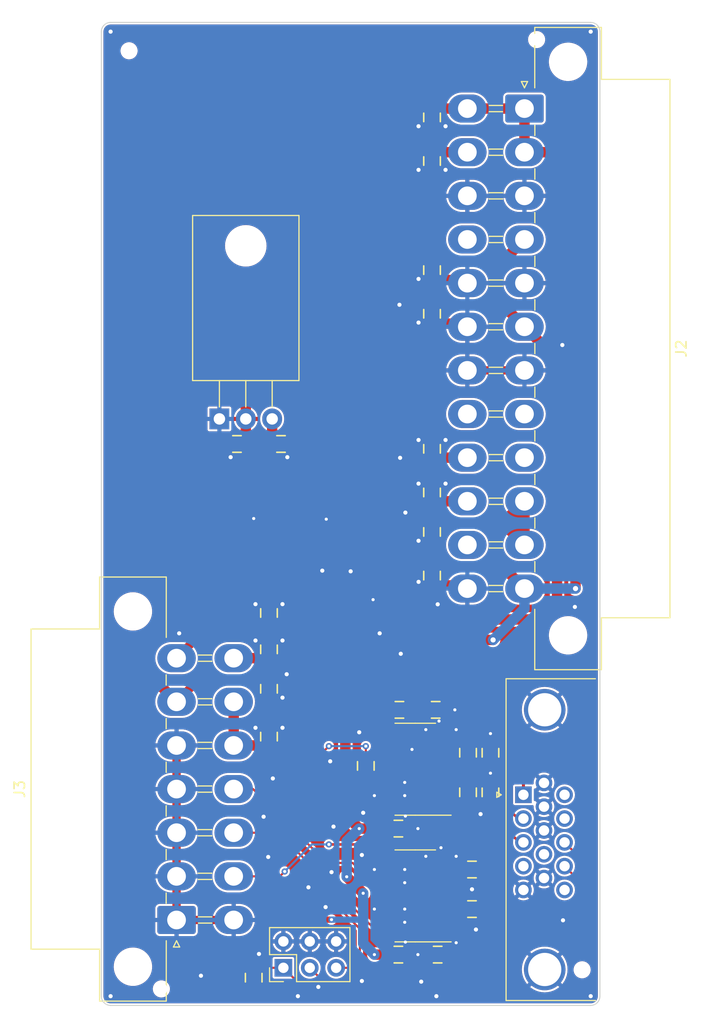
<source format=kicad_pcb>
(kicad_pcb (version 20211014) (generator pcbnew)
  (layers (0 "F.Cu" signal) (31 "B.Cu" signal) (34 "B.Paste" user) (35 "F.Paste" user) (36 "B.SilkS" user "B.Silkscreen") (37 "F.SilkS" user "F.Silkscreen") (38 "B.Mask" user) (39 "F.Mask" user) (44 "Edge.Cuts" user))
  (net 0 "")
  (net 1 "+12V")
  (net 2 "GND")
  (net 3 "+5V")
  (net 4 "+3V3")
  (net 5 "-12V")
  (net 6 "-5V")
  (net 7 "/HSx")
  (net 8 "/VSx")
  (net 9 "/PWR_OK")
  (net 10 "+5VP")
  (net 11 "/~{PS_ON}")
  (net 13 "/Ci")
  (net 14 "/HSi")
  (net 15 "/VSi")
  (net 16 "/Ro")
  (net 17 "/Go")
  (net 18 "/Bo")
  (net 23 "/HSo")
  (net 24 "/VSo")
  (net 26 "Net-(R4-Pad1)")
  (net 27 "Net-(R5-Pad1)")
  (net 28 "Net-(R6-Pad1)")
  (net 29 "Net-(R8-Pad1)")
  (net 30 "Net-(R10-Pad1)")
  (net 31 "/Cx")
  (footprint "stdpads:C_0805" (layer "F.Cu") (at 106.26 175.7045)
    (fp_text reference "C10")
    (fp_text value "10u")
  )
  (footprint "stdpads:R_0805" (layer "F.Cu") (at 92.329 190.053 -90)
    (fp_text reference "R3")
    (fp_text value "1k")
  )
  (footprint "stdpads:TO-220-3_Horizontal_TabDown" (layer "F.Cu") (at 91.567 136.271)
    (fp_text reference "U1" hide)
    (fp_text value "LM7905_TO220")
  )
  (footprint "stdpads:PasteHole_1.152mm_NPTH" (layer "F.Cu") (at 80.3275 100.838)
    (fp_text reference "REF**")
    (fp_text value " " hide)
  )
  (footprint "stdpads:R_0805" (layer "F.Cu") (at 103.124 169.6695 -90)
    (fp_text reference "R1")
    (fp_text value "1k")
  )
  (footprint "stdpads:C_0805" (layer "F.Cu") (at 109.5 147.15 -90)
    (fp_text reference "C2")
    (fp_text value "10u")
  )
  (footprint "stdpads:Molex_Mini-Fit_Jr_5569-14A1_2x07_P4.20mm_Horizontal" (layer "F.Cu") (at 84.9 171.9 90)
    (fp_text reference "J3")
    (fp_text value "Mac")
  )
  (footprint "stdpads:R_0805" (layer "F.Cu") (at 109.8525 164.2745 180)
    (fp_text reference "R7")
    (fp_text value "130")
  )
  (footprint "stdpads:C_0805" (layer "F.Cu") (at 109.5 126.15 -90)
    (fp_text reference "C7")
    (fp_text value "10u")
  )
  (footprint "stdpads:C_0805" (layer "F.Cu") (at 106.26 187.833)
    (fp_text reference "C16")
    (fp_text value "10u")
  )
  (footprint "Connector_Molex:Molex_Mini-Fit_Jr_5569-24A1_2x12_P4.20mm_Horizontal" (layer "F.Cu") (at 118.4 106.4 -90)
    (fp_text reference "J2")
    (fp_text value "ATX")
  )
  (footprint "stdpads:C_0805" (layer "F.Cu") (at 93.8 158.45 90)
    (fp_text reference "C1")
    (fp_text value "10u")
  )
  (footprint "stdpads:C_0805" (layer "F.Cu") (at 93.8 154.949999 -90)
    (fp_text reference "C12")
    (fp_text value "10u")
  )
  (footprint "stdpads:C_0805" (layer "F.Cu") (at 109.5 143.35 90)
    (fp_text reference "C4")
    (fp_text value "10u")
  )
  (footprint "stdpads:C_0805" (layer "F.Cu") (at 93.8 162.25 90)
    (fp_text reference "C15")
    (fp_text value "10u")
  )
  (footprint "stdpads:PasteHole_1.152mm_NPTH" (layer "F.Cu") (at 83.439 191.135)
    (fp_text reference "REF**")
    (fp_text value " " hide)
  )
  (footprint "stdpads:R_0805" (layer "F.Cu") (at 106.36 164.2745)
    (fp_text reference "R6")
    (fp_text value "150")
  )
  (footprint "stdpads:R_0805" (layer "F.Cu") (at 113.3475 179.6415)
    (fp_text reference "R5")
    (fp_text value "47")
  )
  (footprint "stdpads:R_0805" (layer "F.Cu") (at 112.9665 168.3995 -90)
    (fp_text reference "R8")
    (fp_text value "150")
  )
  (footprint "stdpads:C_0805" (layer "F.Cu") (at 109.5 111.45 90)
    (fp_text reference "C13")
    (fp_text value "10u")
  )
  (footprint "stdpads:PasteHole_1.152mm_NPTH" (layer "F.Cu") (at 119.5705 99.7585)
    (fp_text reference "REF**")
    (fp_text value " " hide)
  )
  (footprint "stdpads:C_0805" (layer "F.Cu") (at 90.717 138.684)
    (fp_text reference "C11")
    (fp_text value "10u")
  )
  (footprint "stdpads:R_0805" (layer "F.Cu") (at 115.1255 172.2145 -90)
    (fp_text reference "R11")
    (fp_text value "130")
  )
  (footprint "stdpads:SOIC-14_3.9mm" (layer "F.Cu") (at 107.8865 182.1815 90)
    (fp_text reference "U2")
    (fp_text value "74LVC86AD")
  )
  (footprint "Connector_Dsub:DSUB-15-HD_Female_Horizontal_P2.29x1.98mm_EdgePinOffset3.03mm_Housed_MountingHolesOffset4.94mm" (layer "F.Cu") (at 118.299669 172.45 90)
    (fp_text reference "J4" hide)
    (fp_text value "VGA")
  )
  (footprint "stdpads:R_0805" (layer "F.Cu") (at 115.1255 168.4045 -90)
    (fp_text reference "R9")
    (fp_text value "130")
  )
  (footprint "Connector_PinHeader_2.54mm:PinHeader_2x03_P2.54mm_Vertical" (layer "F.Cu") (at 95.1865 189.103 90)
    (fp_text reference "J1" hide)
    (fp_text value "XOR")
  )
  (footprint "stdpads:R_0805" (layer "F.Cu") (at 112.9665 172.2095 -90)
    (fp_text reference "R10")
    (fp_text value "150")
  )
  (footprint "stdpads:PasteHole_1.152mm_NPTH" (layer "F.Cu") (at 123.952 189.2935)
    (fp_text reference "REF**")
    (fp_text value " " hide)
  )
  (footprint "stdpads:R_0805" (layer "F.Cu") (at 113.3475 183.4515)
    (fp_text reference "R4")
    (fp_text value "47")
  )
  (footprint "stdpads:R_0805" (layer "F.Cu") (at 110.043 187.833 180)
    (fp_text reference "R2")
    (fp_text value "1k")
  )
  (footprint "stdpads:C_0805" (layer "F.Cu") (at 93.8 166.85 90)
    (fp_text reference "C6")
    (fp_text value "10u")
  )
  (footprint "stdpads:C_0805" (layer "F.Cu") (at 94.957 138.684 180)
    (fp_text reference "C14")
    (fp_text value "10u")
  )
  (footprint "stdpads:C_0805" (layer "F.Cu") (at 109.5 107.25 -90)
    (fp_text reference "C9")
    (fp_text value "10u")
  )
  (footprint "stdpads:C_0805" (layer "F.Cu") (at 109.5 121.95 -90)
    (fp_text reference "C5")
    (fp_text value "10u")
  )
  (footprint "stdpads:C_0805" (layer "F.Cu") (at 109.5 139.15 90)
    (fp_text reference "C3")
    (fp_text value "10u")
  )
  (footprint "stdpads:C_0805" (layer "F.Cu") (at 109.5 151.35 -90)
    (fp_text reference "C8")
    (fp_text value "10u")
  )
  (footprint "stdpads:SOIC-14_3.9mm" (layer "F.Cu") (at 107.8865 169.9895 90)
    (fp_text reference "U3")
    (fp_text value "74LVC86AD")
  )
  (gr_arc (start 125.6665 191.8335) (mid 125.406118 192.462118) (end 124.7775 192.7225) (layer "Edge.Cuts") (width 0.1))
  (gr_arc (start 124.7775 98.1075) (mid 125.406118 98.367882) (end 125.6665 98.9965) (layer "Edge.Cuts") (width 0.1))
  (gr_line (start 78.5495 98.1075) (end 124.7775 98.1075) (layer "Edge.Cuts") (width 0.1))
  (gr_arc (start 78.5495 192.7225) (mid 77.920882 192.462118) (end 77.6605 191.8335) (layer "Edge.Cuts") (width 0.1))
  (gr_line (start 78.5495 192.7225) (end 124.7775 192.7225) (layer "Edge.Cuts") (width 0.1))
  (gr_line (start 125.6665 191.8335) (end 125.6665 98.9965) (layer "Edge.Cuts") (width 0.1))
  (gr_arc (start 77.6605 98.9965) (mid 77.920882 98.367882) (end 78.5495 98.1075) (layer "Edge.Cuts") (width 0.1))
  (gr_line (start 77.6605 191.8335) (end 77.6605 98.9965) (layer "Edge.Cuts") (width 0.1))
  (segment (start 117.15 146.3) (end 118.4 146.3) (width 1) (layer "F.Cu") (net 1))
  (segment (start 109.5 146.3) (end 116.3 146.3) (width 1) (layer "F.Cu") (net 1))
  (segment (start 93.8 159.3) (end 90.4 159.3) (width 1) (layer "F.Cu") (net 1))
  (segment (start 116.3 146.3) (end 118.4 148.4) (width 1) (layer "F.Cu") (net 1))
  (segment (start 95.1445 159.3) (end 93.8 159.3) (width 1) (layer "F.Cu") (net 1))
  (segment (start 117.15 146.3) (end 117.9 147.05) (width 1) (layer "F.Cu") (net 1))
  (segment (start 116.3 146.3) (end 118.4 144.2) (width 1) (layer "F.Cu") (net 1))
  (segment (start 108.1445 146.3) (end 95.1445 159.3) (width 1) (layer "F.Cu") (net 1))
  (segment (start 116.3 146.3) (end 117.15 146.3) (width 1) (layer "F.Cu") (net 1))
  (segment (start 118.4 144.2) (end 118.4 146.3) (width 1) (layer "F.Cu") (net 1))
  (segment (start 109.5 146.3) (end 108.1445 146.3) (width 1) (layer "F.Cu") (net 1))
  (segment (start 118.4 146.3) (end 118.4 148.4) (width 1) (layer "F.Cu") (net 1))
  (segment (start 117.15 146.3) (end 117.9 145.55) (width 1) (layer "F.Cu") (net 1))
  (segment (start 110.8025 164.2745) (end 111.6965 164.2745) (width 0.6) (layer "F.Cu") (net 2))
  (segment (start 95.807 139.7145) (end 95.5675 139.954) (width 0.8) (layer "F.Cu") (net 2))
  (segment (start 105.4115 171.2595) (end 106.8705 171.2595) (width 0.6) (layer "F.Cu") (net 2))
  (segment (start 109.5 142.5) (end 108.2 142.5) (width 0.8) (layer "F.Cu") (net 2))
  (segment (start 109.5 138.3) (end 108.2 138.3) (width 0.8) (layer "F.Cu") (net 2))
  (segment (start 109.5 108.1) (end 110.8 108.1) (width 0.8) (layer "F.Cu") (net 2))
  (segment (start 110.3615 178.3715) (end 111.8235 178.3715) (width 0.6) (layer "F.Cu") (net 2))
  (segment (start 109.5 112.3) (end 110.8 112.3) (width 0.8) (layer "F.Cu") (net 2))
  (segment (start 93.8 154.099999) (end 95.1 154.1) (width 0.8) (layer "F.Cu") (net 2))
  (segment (start 110.3615 177.5475) (end 110.363 177.546) (width 0.6) (layer "F.Cu") (net 2))
  (segment (start 109.5 127) (end 108.2 127) (width 0.8) (layer "F.Cu") (net 2))
  (segment (start 105.4115 184.7215) (end 106.8705 184.7215) (width 0.6) (layer "F.Cu") (net 2))
  (segment (start 110.3615 178.3715) (end 110.3615 177.5475) (width 0.6) (layer "F.Cu") (net 2))
  (segment (start 89.867 138.684) (end 89.867 139.7145) (width 0.8) (layer "F.Cu") (net 2))
  (segment (start 110.3615 166.1795) (end 110.3615 165.543) (width 0.6) (layer "F.Cu") (net 2))
  (segment (start 109.5 142.5) (end 110.8 142.5) (width 0.8) (layer "F.Cu") (net 2))
  (segment (start 93.8 166) (end 95.1 166) (width 0.8) (layer "F.Cu") (net 2))
  (segment (start 93.8 154.099999) (end 92.5 154.1) (width 0.8) (layer "F.Cu") (net 2))
  (segment (start 112.5 152.2) (end 112.9 152.6) (width 0.8) (layer "F.Cu") (net 2))
  (segment (start 93.8 163.1) (end 95.1 163.1) (width 0.8) (layer "F.Cu") (net 2))
  (segment (start 108.4485 152.2) (end 108.204 151.9555) (width 0.8) (layer "F.Cu") (net 2))
  (segment (start 84.9 180.3) (end 84.9 176.1) (width 0.8) (layer "F.Cu") (net 2))
  (segment (start 112.5 127) (end 112.9 127.4) (width 0.8) (layer "F.Cu") (net 2))
  (segment (start 105.4115 172.5295) (end 103.9495 172.5295) (width 0.6) (layer "F.Cu") (net 2))
  (segment (start 105.4115 180.9115) (end 106.8705 180.9115) (width 0.6) (layer "F.Cu") (net 2))
  (segment (start 105.4115 179.6415) (end 106.8705 179.6415) (width 0.6) (layer "F.Cu") (net 2))
  (segment (start 93.8 157.6) (end 95.1 157.6) (width 0.8) (layer "F.Cu") (net 2))
  (segment (start 115.1255 167.4545) (end 115.1255 166.5605) (width 0.6) (layer "F.Cu") (net 2))
  (segment (start 89.867 139.7145) (end 90.1065 139.954) (width 0.8) (layer "F.Cu") (net 2))
  (segment (start 90.4 184.5) (end 84.9 184.5) (width 0.8) (layer "F.Cu") (net 2))
  (segment (start 109.5 127) (end 112.5 127) (width 0.8) (layer "F.Cu") (net 2))
  (segment (start 118.4 131.6) (end 112.9 131.6) (width 0.8) (layer "F.Cu") (net 2))
  (segment (start 109.5 122.8) (end 108.2 122.8) (width 0.8) (layer "F.Cu") (net 2))
  (segment (start 84.9 184.5) (end 84.9 180.3) (width 0.8) (layer "F.Cu") (net 2))
  (segment (start 109.5 152.2) (end 112.5 152.2) (width 0.8) (layer "F.Cu") (net 2))
  (segment (start 107.11 174.674) (end 106.934 174.498) (width 0.6) (layer "F.Cu") (net 2))
  (segment (start 84.9 167.7) (end 84.9 171.9) (width 0.8) (layer "F.Cu") (net 2))
  (segment (start 105.4115 183.4515) (end 103.9495 183.4515) (width 0.6) (layer "F.Cu") (net 2))
  (segment (start 110.3615 166.1795) (end 111.8235 166.1795) (width 0.6) (layer "F.Cu") (net 2))
  (segment (start 112.5 122.8) (end 112.9 123.2) (width 0.8) (layer "F.Cu") (net 2))
  (segment (start 93.8 166) (end 92.5 166) (width 0.8) (layer "F.Cu") (net 2))
  (segment (start 109.5 112.3) (end 108.2 112.3) (width 0.8) (layer "F.Cu") (net 2))
  (segment (start 110.3615 165.543) (end 110.1725 165.354) (width 0.6) (layer "F.Cu") (net 2))
  (segment (start 107.11 187.833) (end 108.1405 187.833) (width 0.6) (layer "F.Cu") (net 2))
  (segment (start 110.3615 178.3715) (end 108.9025 178.3715) (width 0.6) (layer "F.Cu") (net 2))
  (segment (start 105.4115 179.6415) (end 103.9495 179.6415) (width 0.6) (layer "F.Cu") (net 2))
  (segment (start 109.5 138.3) (end 110.8 138.3) (width 0.8) (layer "F.Cu") (net 2))
  (segment (start 107.11 175.7045) (end 108.1405 175.7045) (width 0.6) (layer "F.Cu") (net 2))
  (segment (start 109.5 152.2) (end 108.4485 152.2) (width 0.8) (layer "F.Cu") (net 2))
  (segment (start 95.807 138.684) (end 95.807 139.7145) (width 0.8) (layer "F.Cu") (net 2))
  (segment (start 107.11 187.833) (end 107.11 186.8025) (width 0.6) (layer "F.Cu") (net 2))
  (segment (start 105.4115 172.5295) (end 106.8705 172.5295) (width 0.6) (layer "F.Cu") (net 2))
  (segment (start 109.5 122.8) (end 112.5 122.8) (width 0.8) (layer "F.Cu") (net 2))
  (segment (start 109.5 148) (end 108.2 148) (width 0.8) (layer "F.Cu") (net 2))
  (segment (start 84.9 176.1) (end 84.9 171.9) (width 0.8) (layer "F.Cu") (net 2))
  (segment (start 107.11 175.7045) (end 107.11 174.674) (width 0.6) (layer "F.Cu") (net 2))
  (segment (start 109.5 108.1) (end 108.2 108.1) (width 0.8) (layer "F.Cu") (net 2))
  (segment (start 110.3615 166.1795) (end 108.9025 166.1795) (width 0.6) (layer "F.Cu") (net 2))
  (segment (start 93.8 157.6) (end 92.5 157.6) (width 0.8) (layer "F.Cu") (net 2))
  (segment (start 115.1255 171.2645) (end 115.1255 170.3705) (width 0.6) (layer "F.Cu") (net 2))
  (segment (start 105.4115 183.4515) (end 106.8705 183.4515) (width 0.6) (layer "F.Cu") (net 2))
  (segment (start 107.11 186.8025) (end 106.934 186.6265) (width 0.6) (layer "F.Cu") (net 2))
  (via (at 108.1405 187.833) (size 0.6) (drill 0.3) (layers "F.Cu" "B.Cu") (net 2))
  (via (at 99.2505 183.261) (size 0.8) (drill 0.4) (layers "F.Cu" "B.Cu") (net 2))
  (via (at 110.1725 165.354) (size 0.6) (drill 0.3) (layers "F.Cu" "B.Cu") (net 2))
  (via (at 78.5495 191.8335) (size 0.8) (drill 0.4) (layers "F.Cu" "B.Cu") (net 2))
  (via (at 92.5 154.1) (size 0.8) (drill 0.4) (layers "F.Cu" "B.Cu") (net 2))
  (via (at 122.047 129.159) (size 0.8) (drill 0.4) (layers "F.Cu" "B.Cu") (net 2))
  (via (at 110.8 142.5) (size 0.8) (drill 0.4) (layers "F.Cu" "B.Cu") (net 2))
  (via (at 99.695 169.2275) (size 0.8) (drill 0.4) (layers "F.Cu" "B.Cu") (net 2))
  (via (at 108.2 122.8) (size 0.8) (drill 0.4) (layers "F.Cu" "B.Cu") (net 2))
  (via (at 111.8235 178.3715) (size 0.6) (drill 0.3) (layers "F.Cu" "B.Cu") (net 2))
  (via (at 102.489 166.4335) (size 0.8) (drill 0.4) (layers "F.Cu" "B.Cu") (net 2))
  (via (at 96.5835 191.8335) (size 0.8) (drill 0.4) (layers "F.Cu" "B.Cu") (net 2))
  (via (at 94.1705 170.8785) (size 0.8) (drill 0.4) (layers "F.Cu" "B.Cu") (net 2))
  (via (at 108.204 151.9555) (size 0.8) (drill 0.4) (layers "F.Cu" "B.Cu") (net 2))
  (via (at 106.8705 172.5295) (size 0.6) (drill 0.3) (layers "F.Cu" "B.Cu") (net 2))
  (via (at 110.363 177.546) (size 0.6) (drill 0.3) (layers "F.Cu" "B.Cu") (net 2))
  (via (at 108.9025 178.3715) (size 0.6) (drill 0.3) (layers "F.Cu" "B.Cu") (net 2))
  (via (at 101.6635 150.9395) (size 0.8) (drill 0.4) (layers "F.Cu" "B.Cu") (net 2))
  (via (at 110.0455 154.1145) (size 0.8) (drill 0.4) (layers "F.Cu" "B.Cu") (net 2))
  (via (at 92.5 166) (size 0.8) (drill 0.4) (layers "F.Cu" "B.Cu") (net 2))
  (via (at 106.934 174.498) (size 0.6) (drill 0.3) (layers "F.Cu" "B.Cu") (net 2))
  (via (at 124.7775 98.9965) (size 0.8) (drill 0.4) (layers "F.Cu" "B.Cu") (net 2))
  (via (at 99.314 145.923) (size 0.6) (drill 0.3) (layers "F.Cu" "B.Cu") (net 2))
  (via (at 87.249 189.865) (size 0.8) (drill 0.4) (layers "F.Cu" "B.Cu") (net 2))
  (via (at 108.2 127) (size 0.8) (drill 0.4) (layers "F.Cu" "B.Cu") (net 2))
  (via (at 100.0125 175.514) (size 0.8) (drill 0.4) (layers "F.Cu" "B.Cu") (net 2))
  (via (at 98.552 190.9445) (size 0.8) (drill 0.4) (layers "F.Cu" "B.Cu") (net 2))
  (via (at 102.743 190.373) (size 0.8) (drill 0.4) (layers "F.Cu" "B.Cu") (net 2))
  (via (at 106.8705 183.4515) (size 0.6) (drill 0.3) (layers "F.Cu" "B.Cu") (net 2))
  (via (at 108.2 142.5) (size 0.8) (drill 0.4) (layers "F.Cu" "B.Cu") (net 2))
  (via (at 109.9185 191.8335) (size 0.8) (drill 0.4) (layers "F.Cu" "B.Cu") (net 2))
  (via (at 92.329 145.8595) (size 0.6) (drill 0.3) (layers "F.Cu" "B.Cu") (net 2))
  (via (at 93.2815 174.5615) (size 0.8) (drill 0.4) (layers "F.Cu" "B.Cu") (net 2))
  (via (at 95.1 163.1) (size 0.8) (drill 0.4) (layers "F.Cu" "B.Cu") (net 2))
  (via (at 103.9495 179.6415) (size 0.6) (drill 0.3) (layers "F.Cu" "B.Cu") (net 2))
  (via (at 102.743 178.2445) (size 0.8) (drill 0.4) (layers "F.Cu" "B.Cu") (net 2))
  (via (at 106.8705 171.2595) (size 0.6) (drill 0.3) (layers "F.Cu" "B.Cu") (net 2))
  (via (at 108.2 148) (size 0.8) (drill 0.4) (layers "F.Cu" "B.Cu") (net 2))
  (via (at 95.504 160.8455) (size 0.8) (drill 0.4) (layers "F.Cu" "B.Cu") (net 2))
  (via (at 95.1 154.1) (size 0.8) (drill 0.4) (layers "F.Cu" "B.Cu") (net 2))
  (via (at 106.4895 158.877) (size 0.8) (drill 0.4) (layers "F.Cu" "B.Cu") (net 2))
  (via (at 103.9495 183.4515) (size 0.6) (drill 0.3) (layers "F.Cu" "B.Cu") (net 2))
  (via (at 106.426 140.0175) (size 0.8) (drill 0.4) (layers "F.Cu" "B.Cu") (net 2))
  (via (at 99.822 179.8955) (size 0.8) (drill 0.4) (layers "F.Cu" "B.Cu") (net 2))
  (via (at 108.2 112.3) (size 0.8) (drill 0.4) (layers "F.Cu" "B.Cu") (net 2))
  (via (at 108.2 108.1) (size 0.8) (drill 0.4) (layers "F.Cu" "B.Cu") (net 2))
  (via (at 95.1 157.6) (size 0.8) (drill 0.4) (layers "F.Cu" "B.Cu") (net 2))
  (via (at 95.5675 139.954) (size 0.8) (drill 0.4) (layers "F.Cu" "B.Cu") (net 2))
  (via (at 122.1105 184.531) (size 0.8) (drill 0.4) (layers "F.Cu" "B.Cu") (net 2))
  (via (at 113.7285 185.42) (size 0.8) (drill 0.4) (layers "F.Cu" "B.Cu") (net 2))
  (via (at 115.1255 166.5605) (size 0.6) (drill 0.3) (layers "F.Cu" "B.Cu") (net 2))
  (via (at 108.2 138.3) (size 0.8) (drill 0.4) (layers "F.Cu" "B.Cu") (net 2))
  (via (at 106.934 186.6265) (size 0.6) (drill 0.3) (layers "F.Cu" "B.Cu") (net 2))
  (via (at 106.934 145.288) (size 0.8) (drill 0.4) (layers "F.Cu" "B.Cu") (net 2))
  (via (at 123.2535 154.3685) (size 0.8) (drill 0.4) (layers "F.Cu" "B.Cu") (net 2))
  (via (at 111.8235 166.1795) (size 0.6) (drill 0.3) (layers "F.Cu" "B.Cu") (net 2))
  (via (at 106.3625 125.2855) (size 0.8) (drill 0.4) (layers "F.Cu" "B.Cu") (net 2))
  (via (at 108.9025 166.1795) (size 0.6) (drill 0.3) (layers "F.Cu" "B.Cu") (net 2))
  (via (at 102.87 174.1805) (size 0.8) (drill 0.4) (layers "F.Cu" "B.Cu") (net 2))
  (via (at 95.1 166) (size 0.8) (drill 0.4) (layers "F.Cu" "B.Cu") (net 2))
  (via (at 78.5495 98.9965) (size 0.8) (drill 0.4) (layers "F.Cu" "B.Cu") (net 2))
  (via (at 114.173 174.3075) (size 0.8) (drill 0.4) (layers "F.Cu" "B.Cu") (net 2))
  (via (at 106.8705 184.7215) (size 0.6) (drill 0.3) (layers "F.Cu" "B.Cu") (net 2))
  (via (at 90.1065 139.954) (size 0.8) (drill 0.4) (layers "F.Cu" "B.Cu") (net 2))
  (via (at 111.6965 164.2745) (size 0.6) (drill 0.3) (layers "F.Cu" "B.Cu") (net 2))
  (via (at 106.8705 179.6415) (size 0.6) (drill 0.3) (layers "F.Cu" "B.Cu") (net 2))
  (via (at 108.1405 175.7045) (size 0.6) (drill 0.3) (layers "F.Cu" "B.Cu") (net 2))
  (via (at 92.5 157.6) (size 0.8) (drill 0.4) (layers "F.Cu" "B.Cu") (net 2))
  (via (at 103.8225 153.67) (size 0.6) (drill 0.3) (layers "F.Cu" "B.Cu") (net 2))
  (via (at 110.8 108.1) (size 0.8) (drill 0.4) (layers "F.Cu" "B.Cu") (net 2))
  (via (at 92.837 187.7695) (size 0.8) (drill 0.4) (layers "F.Cu" "B.Cu") (net 2))
  (via (at 108.458 190.4365) (size 0.8) (drill 0.4) (layers "F.Cu" "B.Cu") (net 2))
  (via (at 124.7775 191.8335) (size 0.8) (drill 0.4) (layers "F.Cu" "B.Cu") (net 2))
  (via (at 110.8 138.3) (size 0.8) (drill 0.4) (layers "F.Cu" "B.Cu") (net 2))
  (via (at 110.8 112.3) (size 0.8) (drill 0.4) (layers "F.Cu" "B.Cu") (net 2))
  (via (at 93.726 178.435) (size 0.8) (drill 0.4) (layers "F.Cu" "B.Cu") (net 2))
  (via (at 103.9495 172.5295) (size 0.6) (drill 0.3) (layers "F.Cu" "B.Cu") (net 2))
  (via (at 97.5995 181.356) (size 0.8) (drill 0.4) (layers "F.Cu" "B.Cu") (net 2))
  (via (at 113.3475 181.5465) (size 0.8) (drill 0.4) (layers "F.Cu" "B.Cu") (net 2))
  (via (at 98.933 150.876) (size 0.8) (drill 0.4) (layers "F.Cu" "B.Cu") (net 2))
  (via (at 104.4575 156.9085) (size 0.8) (drill 0.4) (layers "F.Cu" "B.Cu") (net 2))
  (via (at 107.569 168.0845) (size 0.6) (drill 0.3) (layers "F.Cu" "B.Cu") (net 2))
  (via (at 111.8235 186.69) (size 0.6) (drill 0.3) (layers "F.Cu" "B.Cu") (net 2))
  (via (at 115.1255 170.3705) (size 0.6) (drill 0.3) (layers "F.Cu" "B.Cu") (net 2))
  (via (at 85.1535 156.9085) (size 0.8) (drill 0.4) (layers "F.Cu" "B.Cu") (net 2))
  (via (at 106.8705 180.9115) (size 0.6) (drill 0.3) (layers "F.Cu" "B.Cu") (net 2))
  (segment (start 119.761 155.575) (end 103.3145 155.575) (width 1) (layer "F.Cu") (net 3))
  (segment (start 121.539 153.797) (end 119.761 155.575) (width 1) (layer "F.Cu") (net 3))
  (segment (start 109.5 121.1) (end 116.3 121.1) (width 1) (layer "F.Cu") (net 3))
  (segment (start 107.061 140.9985) (end 108.0595 140) (width 1) (layer "F.Cu") (net 3))
  (segment (start 96.266 166.5605) (end 95.1265 167.7) (width 1) (layer "F.Cu") (net 3))
  (segment (start 109.5 140) (end 108.0595 140) (width 1) (layer "F.Cu") (net 3))
  (segment (start 96.266 162.6235) (end 96.266 166.5605) (width 1) (layer "F.Cu") (net 3))
  (segment (start 121.539 130.539) (end 121.539 153.797) (width 1) (layer "F.Cu") (net 3))
  (segment (start 103.3145 155.575) (end 96.266 162.6235) (width 1) (layer "F.Cu") (net 3))
  (segment (start 93.8 167.7) (end 90.4 167.7) (width 1) (layer "F.Cu") (net 3))
  (segment (start 116.3 125.3) (end 118.4 127.4) (width 1) (layer "F.Cu") (net 3))
  (segment (start 90.4 163.5) (end 90.4 167.7) (width 1) (layer "F.Cu") (net 3))
  (segment (start 118.4 127.4) (end 121.539 130.539) (width 1) (layer "F.Cu") (net 3))
  (segment (start 95.1265 167.7) (end 93.8 167.7) (width 1) (layer "F.Cu") (net 3))
  (segment (start 107.061 139.0015) (end 107.061 126.189) (width 1) (layer "F.Cu") (net 3))
  (segment (start 107.061 121.9835) (end 107.9445 121.1) (width 1) (layer "F.Cu") (net 3))
  (segment (start 109.5 144.2) (end 108.132 144.2) (width 1) (layer "F.Cu") (net 3))
  (segment (start 107.9445 121.1) (end 109.5 121.1) (width 1) (layer "F.Cu") (net 3))
  (segment (start 107.061 143.129) (end 107.061 140.9985) (width 1) (layer "F.Cu") (net 3))
  (segment (start 109.5 140) (end 112.9 140) (width 1) (layer "F.Cu") (net 3))
  (segment (start 112.9 144.2) (end 109.5 144.2) (width 1) (layer "F.Cu") (net 3))
  (segment (start 107.061 126.189) (end 107.95 125.3) (width 1) (layer "F.Cu") (net 3))
  (segment (start 109.5 125.3) (end 107.95 125.3) (width 1) (layer "F.Cu") (net 3))
  (segment (start 116.3 121.1) (end 118.4 119) (width 1) (layer "F.Cu") (net 3))
  (segment (start 108.0595 140) (end 107.061 139.0015) (width 1) (layer "F.Cu") (net 3))
  (segment (start 107.061 124.411) (end 107.061 121.9835) (width 1) (layer "F.Cu") (net 3))
  (segment (start 107.95 125.3) (end 107.061 124.411) (width 1) (layer "F.Cu") (net 3))
  (segment (start 108.132 144.2) (end 107.061 143.129) (width 1) (layer "F.Cu") (net 3))
  (segment (start 109.5 125.3) (end 116.3 125.3) (width 1) (layer "F.Cu") (net 3))
  (segment (start 101.1555 174.371) (end 101.1555 170.6245) (width 1) (layer "F.Cu") (net 4))
  (segment (start 109.5 150.5) (end 116.3 150.5) (width 1) (layer "F.Cu") (net 4))
  (segment (start 105.4115 175.703) (end 105.41 175.7045) (width 0.6) (layer "F.Cu") (net 4))
  (segment (start 90.551 190.6905) (end 90.8635 191.003) (width 0.6) (layer "F.Cu") (net 4))
  (segment (start 105.8545 189.484) (end 108.6485 189.484) (width 0.6) (layer "F.Cu") (net 4))
  (segment (start 108.6485 189.484) (end 109.093 189.0395) (width 0.6) (layer "F.Cu") (net 4))
  (segment (start 101.1555 170.6245) (end 101.1555 162.179) (width 1) (layer "F.Cu") (net 4))
  (segment (start 105.4115 173.7995) (end 105.4115 175.703) (width 0.6) (layer "F.Cu") (net 4))
  (segment (start 105.4115 187.8315) (end 105.41 187.833) (width 0.6) (layer "F.Cu") (net 4))
  (segment (start 123.317 112.0775) (end 121.8395 110.6) (width 1) (layer "F.Cu") (net 4))
  (segment (start 103.124 170.6195) (end 101.1605 170.6195) (width 0.8) (layer "F.Cu") (net 4))
  (segment (start 90.551 188.341) (end 90.551 190.6905) (width 0.6) (layer "F.Cu") (net 4))
  (segment (start 102.489 175.7045) (end 101.1555 174.371) (width 1) (layer "F.Cu") (net 4))
  (segment (start 105.41 187.833) (end 103.9495 187.833) (width 1) (layer "F.Cu") (net 4))
  (segment (start 105.41 187.833) (end 105.41 189.0395) (width 0.6) (layer "F.Cu") (net 4))
  (segment (start 94.4245 184.4675) (end 90.551 188.341) (width 0.6) (layer "F.Cu") (net 4))
  (segment (start 118.4 106.4) (end 112.9 106.4) (width 1) (layer "F.Cu") (net 4))
  (segment (start 105.41 189.0395) (end 105.8545 189.484) (width 0.6) (layer "F.Cu") (net 4))
  (segment (start 101.1605 170.6195) (end 101.1555 170.6245) (width 0.8) (layer "F.Cu") (net 4))
  (segment (start 105.4115 185.9915) (end 105.4115 187.8315) (width 0.6) (layer "F.Cu") (net 4))
  (segment (start 90.8635 191.003) (end 92.329 191.003) (width 0.6) (layer "F.Cu") (net 4))
  (segment (start 101.1555 162.179) (end 105.791 157.5435) (width 1) (layer "F.Cu") (net 4))
  (segment (start 102.87 181.9275) (end 101.2825 180.34) (width 1) (layer "F.Cu") (net 4))
  (segment (start 99.822 184.4675) (end 94.4245 184.4675) (width 0.6) (layer "F.Cu") (net 4))
  (segment (start 109.5 106.4) (end 112.9 106.4) (width 1) (layer "F.Cu") (net 4))
  (segment (start 109.093 189.0395) (end 109.093 187.833) (width 0.6) (layer "F.Cu") (net 4))
  (segment (start 121.8395 110.6) (end 118.4 110.6) (width 1) (layer "F.Cu") (net 4))
  (segment (start 118.4 110.6) (end 118.4 106.4) (width 1) (layer "F.Cu") (net 4))
  (segment (start 123.317 152.6) (end 123.317 112.0775) (width 1) (layer "F.Cu") (net 4))
  (segment (start 105.41 175.7045) (end 102.489 175.7045) (width 1) (layer "F.Cu") (net 4))
  (segment (start 116.3 150.5) (end 118.4 152.6) (width 1) (layer "F.Cu") (net 4))
  (segment (start 105.791 157.5435) (end 115.3795 157.5435) (width 1) (layer "F.Cu") (net 4))
  (via (at 123.317 152.6) (size 1) (drill 0.5) (layers "F.Cu" "B.Cu") (net 4))
  (via (at 99.822 184.4675) (size 0.6) (drill 0.3) (layers "F.Cu" "B.Cu") (net 4))
  (via (at 102.489 175.7045) (size 0.6) (drill 0.3) (layers "F.Cu" "B.Cu") (net 4))
  (via (at 115.3795 157.5435) (size 1) (drill 0.5) (layers "F.Cu" "B.Cu") (net 4))
  (via (at 102.87 181.9275) (size 0.6) (drill 0.3) (layers "F.Cu" "B.Cu") (net 4))
  (via (at 103.9495 187.833) (size 0.6) (drill 0.3) (layers "F.Cu" "B.Cu") (net 4))
  (via (at 101.2825 180.34) (size 0.6) (drill 0.3) (layers "F.Cu" "B.Cu") (net 4))
  (segment (start 118.4 152.6) (end 118.4 154.523) (width 1) (layer "B.Cu") (net 4))
  (segment (start 101.2825 176.911) (end 102.489 175.7045) (width 1) (layer "B.Cu") (net 4))
  (segment (start 99.822 184.4675) (end 102.87 184.4675) (width 0.6) (layer "B.Cu") (net 4))
  (segment (start 123.317 152.6) (end 118.4 152.6) (width 1) (layer "B.Cu") (net 4))
  (segment (start 102.87 186.7535) (end 102.87 181.9275) (width 1) (layer "B.Cu") (net 4))
  (segment (start 118.4 154.523) (end 115.3795 157.5435) (width 1) (layer "B.Cu") (net 4))
  (segment (start 101.2825 180.34) (end 101.2825 176.911) (width 1) (layer "B.Cu") (net 4))
  (segment (start 103.9495 187.833) (end 102.87 186.7535) (width 1) (layer "B.Cu") (net 4))
  (segment (start 91.567 123.5075) (end 104.4745 110.6) (width 1) (layer "F.Cu") (net 5))
  (segment (start 95.5675 132.207) (end 100.3935 137.033) (width 1) (layer "F.Cu") (net 5))
  (segment (start 95.977501 155.799999) (end 93.8 155.799999) (width 1) (layer "F.Cu") (net 5))
  (segment (start 100.3935 151.384) (end 95.977501 155.799999) (width 1) (layer "F.Cu") (net 5))
  (segment (start 112.9 110.6) (end 109.5 110.6) (width 1) (layer "F.Cu") (net 5))
  (segment (start 100.3935 137.033) (end 100.3935 151.384) (width 1) (layer "F.Cu") (net 5))
  (segment (start 88.400001 155.799999) (end 84.9 159.3) (width 0.8) (layer "F.Cu") (net 5))
  (segment (start 91.567 132.207) (end 95.5675 132.207) (width 1) (layer "F.Cu") (net 5))
  (segment (start 91.567 136.271) (end 91.567 132.207) (width 1) (layer "F.Cu") (net 5))
  (segment (start 104.4745 110.6) (end 109.5 110.6) (width 1) (layer "F.Cu") (net 5))
  (segment (start 91.567 132.207) (end 91.567 123.5075) (width 1) (layer "F.Cu") (net 5))
  (segment (start 93.8 155.799999) (end 88.400001 155.799999) (width 0.8) (layer "F.Cu") (net 5))
  (segment (start 91.567 136.271) (end 91.567 138.684) (width 1) (layer "F.Cu") (net 5))
  (segment (start 94.107 145.743) (end 81.2165 158.6335) (width 1) (layer "F.Cu") (net 6))
  (segment (start 93.8 161.4) (end 87 161.4) (width 0.8) (layer "F.Cu") (net 6))
  (segment (start 94.107 136.271) (end 94.107 138.684) (width 1) (layer "F.Cu") (net 6))
  (segment (start 81.2165 159.8165) (end 84.9 163.5) (width 1) (layer "F.Cu") (net 6))
  (segment (start 81.2165 158.6335) (end 81.2165 159.8165) (width 1) (layer "F.Cu") (net 6))
  (segment (start 94.107 138.684) (end 94.107 145.743) (width 1) (layer "F.Cu") (net 6))
  (segment (start 87 161.4) (end 84.9 163.5) (width 0.8) (layer "F.Cu") (net 6))
  (segment (start 111.8235 184.7215) (end 110.3615 184.7215) (width 0.2) (layer "F.Cu") (net 7))
  (segment (start 112.903 185.801) (end 111.8235 184.7215) (width 0.2) (layer "F.Cu") (net 7))
  (segment (start 97.79 191.7065) (end 95.1865 189.103) (width 0.2) (layer "F.Cu") (net 7))
  (segment (start 92.329 189.103) (end 95.1865 189.103) (width 0.2) (layer "F.Cu") (net 7))
  (segment (start 108.966 191.7065) (end 97.79 191.7065) (width 0.2) (layer "F.Cu") (net 7))
  (segment (start 108.966 191.7065) (end 112.903 187.7695) (width 0.2) (layer "F.Cu") (net 7))
  (segment (start 112.903 187.7695) (end 112.903 185.801) (width 0.2) (layer "F.Cu") (net 7))
  (segment (start 111.887 185.3565) (end 112.4585 185.928) (width 0.2) (layer "F.Cu") (net 8))
  (segment (start 112.4585 185.928) (end 112.4585 187.5155) (width 0.2) (layer "F.Cu") (net 8))
  (segment (start 111.76 180.848) (end 112.141 181.229) (width 0.2) (layer "F.Cu") (net 8))
  (segment (start 112.141 181.229) (end 112.141 182.118) (width 0.2) (layer "F.Cu") (net 8))
  (segment (start 110.993 189.108) (end 110.993 187.833) (width 0.2) (layer "F.Cu") (net 8))
  (segment (start 111.4425 182.8165) (end 109.22 182.8165) (width 0.2) (layer "F.Cu") (net 8))
  (segment (start 112.141 187.833) (end 110.993 187.833) (width 0.2) (layer "F.Cu") (net 8))
  (segment (start 109.093 185.3565) (end 111.887 185.3565) (width 0.2) (layer "F.Cu") (net 8))
  (segment (start 108.839 191.262) (end 110.993 189.108) (width 0.2) (layer "F.Cu") (net 8))
  (segment (start 112.141 182.118) (end 111.4425 182.8165) (width 0.2) (layer "F.Cu") (net 8))
  (segment (start 99.8855 191.262) (end 97.7265 189.103) (width 0.2) (layer "F.Cu") (net 8))
  (segment (start 108.585 183.4515) (end 108.585 184.8485) (width 0.2) (layer "F.Cu") (net 8))
  (segment (start 109.22 182.8165) (end 108.585 183.4515) (width 0.2) (layer "F.Cu") (net 8))
  (segment (start 110.3615 180.9115) (end 110.425 180.848) (width 0.2) (layer "F.Cu") (net 8))
  (segment (start 108.585 184.8485) (end 109.093 185.3565) (width 0.2) (layer "F.Cu") (net 8))
  (segment (start 108.839 191.262) (end 99.8855 191.262) (width 0.2) (layer "F.Cu") (net 8))
  (segment (start 112.4585 187.5155) (end 112.141 187.833) (width 0.2) (layer "F.Cu") (net 8))
  (segment (start 110.425 180.848) (end 111.76 180.848) (width 0.2) (layer "F.Cu") (net 8))
  (segment (start 111.8235 169.799) (end 111.5695 170.053) (width 0.25) (layer "F.Cu") (net 13))
  (segment (start 107.8865 167.4495) (end 108.5215 168.0845) (width 0.25) (layer "F.Cu") (net 13))
  (segment (start 105.4115 167.4495) (end 107.8865 167.4495) (width 0.25) (layer "F.Cu") (net 13))
  (segment (start 111.4425 171.8945) (end 111.76 172.212) (width 0.25) (layer "F.Cu") (net 13))
  (segment (start 109.0295 169.9895) (end 108.712 170.307) (width 0.25) (layer "F.Cu") (net 13))
  (segment (start 111.5695 168.0845) (end 111.8235 168.3385) (width 0.25) (layer "F.Cu") (net 13))
  (segment (start 108.6485 177.2285) (end 110.3615 175.5155) (width 0.25) (layer "F.Cu") (net 13))
  (segment (start 111.506 173.7995) (end 110.3615 173.7995) (width 0.25) (layer "F.Cu") (net 13))
  (segment (start 109.2835 171.8945) (end 111.4425 171.8945) (width 0.25) (layer "F.Cu") (net 13))
  (segment (start 90.4 180.3) (end 94.8455 180.3) (width 0.2) (layer "F.Cu") (net 13))
  (segment (start 110.3615 169.9895) (end 109.0295 169.9895) (width 0.25) (layer "F.Cu") (net 13))
  (segment (start 111.76 173.5455) (end 111.506 173.7995) (width 0.25) (layer "F.Cu") (net 13))
  (segment (start 111.76 172.212) (end 111.76 173.5455) (width 0.25) (layer "F.Cu") (net 13))
  (segment (start 99.568 177.2285) (end 108.6485 177.2285) (width 0.25) (layer "F.Cu") (net 13))
  (segment (start 108.712 171.323) (end 109.2835 171.8945) (width 0.25) (layer "F.Cu") (net 13))
  (segment (start 111.8235 168.3385) (end 111.8235 169.799) (width 0.25) (layer "F.Cu") (net 13))
  (segment (start 108.712 170.307) (end 108.712 171.323) (width 0.25) (layer "F.Cu") (net 13))
  (segment (start 110.3615 175.5155) (end 110.3615 173.7995) (width 0.25) (layer "F.Cu") (net 13))
  (segment (start 108.5215 168.0845) (end 111.5695 168.0845) (width 0.25) (layer "F.Cu") (net 13))
  (segment (start 110.425 170.053) (end 110.3615 169.9895) (width 0.25) (layer "F.Cu") (net 13))
  (segment (start 94.8455 180.3) (end 95.3135 179.832) (width 0.2) (layer "F.Cu") (net 13))
  (segment (start 111.5695 170.053) (end 110.425 170.053) (width 0.25) (layer "F.Cu") (net 13))
  (via (at 95.3135 179.832) (size 0.6) (drill 0.3) (layers "F.Cu" "B.Cu") (net 13))
  (via (at 99.568 177.2285) (size 0.6) (drill 0.3) (layers "F.Cu" "B.Cu") (net 13))
  (segment (start 99.568 177.2285) (end 97.917 177.2285) (width 0.2) (layer "B.Cu") (net 13))
  (segment (start 97.917 177.2285) (end 95.3135 179.832) (width 0.2) (layer "B.Cu") (net 13))
  (segment (start 103.9495 185.3565) (end 94.693 176.1) (width 0.2) (layer "F.Cu") (net 14))
  (segment (start 108.3945 185.9915) (end 107.7595 185.3565) (width 0.2) (layer "F.Cu") (net 14))
  (segment (start 107.7595 185.3565) (end 103.9495 185.3565) (width 0.2) (layer "F.Cu") (net 14))
  (segment (start 110.3615 185.9915) (end 108.3945 185.9915) (width 0.2) (layer "F.Cu") (net 14))
  (segment (start 94.693 176.1) (end 90.4 176.1) (width 0.2) (layer "F.Cu") (net 14))
  (segment (start 110.3615 182.1815) (end 107.315 182.1815) (width 0.2) (layer "F.Cu") (net 15))
  (segment (start 92.271 171.9) (end 90.4 171.9) (width 0.2) (layer "F.Cu") (net 15))
  (segment (start 106.68 181.5465) (end 104.394 181.5465) (width 0.2) (layer "F.Cu") (net 15))
  (segment (start 107.315 182.1815) (end 106.68 181.5465) (width 0.2) (layer "F.Cu") (net 15))
  (segment (start 104.394 181.5465) (end 101.854 179.0065) (width 0.2) (layer "F.Cu") (net 15))
  (segment (start 99.3775 179.0065) (end 92.271 171.9) (width 0.2) (layer "F.Cu") (net 15))
  (segment (start 101.854 179.0065) (end 99.3775 179.0065) (width 0.2) (layer "F.Cu") (net 15))
  (segment (start 111.887 161.9885) (end 109.6645 161.9885) (width 0.3) (layer "F.Cu") (net 16))
  (segment (start 108.9025 162.7505) (end 108.9025 164.2745) (width 0.3) (layer "F.Cu") (net 16))
  (segment (start 118.299669 168.401169) (end 111.887 161.9885) (width 0.3) (layer "F.Cu") (net 16))
  (segment (start 108.9025 164.2745) (end 107.31 164.2745) (width 0.25) (layer "F.Cu") (net 16))
  (segment (start 109.6645 161.9885) (end 108.9025 162.7505) (width 0.3) (layer "F.Cu") (net 16))
  (segment (start 118.299669 172.45) (end 118.299669 168.401169) (width 0.3) (layer "F.Cu") (net 16))
  (segment (start 116.6495 169.7355) (end 116.6495 173.609) (width 0.25) (layer "F.Cu") (net 17))
  (segment (start 117.7805 174.74) (end 118.299669 174.74) (width 0.25) (layer "F.Cu") (net 17))
  (segment (start 115.1255 169.3545) (end 116.2685 169.3545) (width 0.25) (layer "F.Cu") (net 17))
  (segment (start 115.1205 169.3495) (end 115.1255 169.3545) (width 0.25) (layer "F.Cu") (net 17))
  (segment (start 112.9665 169.3495) (end 115.1205 169.3495) (width 0.25) (layer "F.Cu") (net 17))
  (segment (start 116.6495 173.609) (end 117.7805 174.74) (width 0.25) (layer "F.Cu") (net 17))
  (segment (start 116.2685 169.3545) (end 116.6495 169.7355) (width 0.25) (layer "F.Cu") (net 17))
  (segment (start 115.1255 173.1645) (end 112.9715 173.1645) (width 0.25) (layer "F.Cu") (net 18))
  (segment (start 115.1255 174.244) (end 117.9115 177.03) (width 0.25) (layer "F.Cu") (net 18))
  (segment (start 115.1255 173.1645) (end 115.1255 174.244) (width 0.25) (layer "F.Cu") (net 18))
  (segment (start 112.9715 173.1645) (end 112.9665 173.1595) (width 0.25) (layer "F.Cu") (net 18))
  (segment (start 117.9115 177.03) (end 118.299669 177.03) (width 0.25) (layer "F.Cu") (net 18))
  (segment (start 124.3965 179.166831) (end 124.3965 183.2535) (width 0.2) (layer "F.Cu") (net 23))
  (segment (start 122.259669 177.03) (end 124.3965 179.166831) (width 0.2) (layer "F.Cu") (net 23))
  (segment (start 114.2975 184.719) (end 114.2975 183.4515) (width 0.2) (layer "F.Cu") (net 23))
  (segment (start 122.357 185.293) (end 114.8715 185.293) (width 0.2) (layer "F.Cu") (net 23))
  (segment (start 124.3965 183.2535) (end 122.357 185.293) (width 0.2) (layer "F.Cu") (net 23))
  (segment (start 114.8715 185.293) (end 114.2975 184.719) (width 0.2) (layer "F.Cu") (net 23))
  (segment (start 123.952 181.012331) (end 123.952 182.748) (width 0.2) (layer "F.Cu") (net 24))
  (segment (start 117.125 183.8) (end 114.2975 180.9725) (width 0.2) (layer "F.Cu") (net 24))
  (segment (start 114.2975 180.9725) (end 114.2975 179.6415) (width 0.2) (layer "F.Cu") (net 24))
  (segment (start 123.952 182.748) (end 122.9 183.8) (width 0.2) (layer "F.Cu") (net 24))
  (segment (start 122.9 183.8) (end 117.125 183.8) (width 0.2) (layer "F.Cu") (net 24))
  (segment (start 122.259669 179.32) (end 123.952 181.012331) (width 0.2) (layer "F.Cu") (net 24))
  (segment (start 112.3975 183.4515) (end 110.3615 183.4515) (width 0.2) (layer "F.Cu") (net 26))
  (segment (start 110.3615 179.6415) (end 112.3975 179.6415) (width 0.2) (layer "F.Cu") (net 27))
  (segment (start 105.4115 166.1795) (end 105.4115 164.276) (width 0.25) (layer "F.Cu") (net 28))
  (segment (start 105.4115 164.276) (end 105.41 164.2745) (width 0.25) (layer "F.Cu") (net 28))
  (segment (start 110.3615 167.4495) (end 112.9665 167.4495) (width 0.25) (layer "F.Cu") (net 29))
  (segment (start 110.3615 171.2595) (end 112.9665 171.2595) (width 0.25) (layer "F.Cu") (net 30))
  (segment (start 101.9175 189.103) (end 100.2665 189.103) (width 0.2) (layer "F.Cu") (net 31))
  (segment (start 103.124 168.7195) (end 103.124 167.767) (width 0.2) (layer "F.Cu") (net 31))
  (segment (start 87.65 181.5) (end 88.55 182.4) (width 0.2) (layer "F.Cu") (net 31))
  (segment (start 97.535 169.8) (end 88.3 169.8) (width 0.2) (layer "F.Cu") (net 31))
  (segment (start 99.568 167.767) (end 97.535 169.8) (width 0.2) (layer "F.Cu") (net 31))
  (segment (start 105.4115 168.7195) (end 108.204 168.7195) (width 0.25) (layer "F.Cu") (net 31))
  (segment (start 108.6485 169.164) (end 108.204 169.6085) (width 0.25) (layer "F.Cu") (net 31))
  (segment (start 108.204 169.6085) (end 108.204 171.6405) (width 0.25) (layer "F.Cu") (net 31))
  (segment (start 102.5525 185.3565) (end 102.5525 188.468) (width 0.2) (layer "F.Cu") (net 31))
  (segment (start 99.596 182.4) (end 102.5525 185.3565) (width 0.2) (layer "F.Cu") (net 31))
  (segment (start 109.093 172.5295) (end 110.3615 172.5295) (width 0.25) (layer "F.Cu") (net 31))
  (segment (start 87.65 170.45) (end 87.65 181.5) (width 0.2) (layer "F.Cu") (net 31))
  (segment (start 109.093 168.7195) (end 108.6485 169.164) (width 0.25) (layer "F.Cu") (net 31))
  (segment (start 88.3 169.8) (end 87.65 170.45) (width 0.2) (layer "F.Cu") (net 31))
  (segment (start 103.124 168.7195) (end 105.4115 168.7195) (width 0.2) (layer "F.Cu") (net 31))
  (segment (start 102.5525 188.468) (end 101.9175 189.103) (width 0.2) (layer "F.Cu") (net 31))
  (segment (start 110.3615 168.7195) (end 109.093 168.7195) (width 0.25) (layer "F.Cu") (net 31))
  (segment (start 108.204 168.7195) (end 108.6485 169.164) (width 0.25) (layer "F.Cu") (net 31))
  (segment (start 88.55 182.4) (end 99.596 182.4) (width 0.2) (layer "F.Cu") (net 31))
  (segment (start 108.204 171.6405) (end 109.093 172.5295) (width 0.25) (layer "F.Cu") (net 31))
  (via (at 99.568 167.767) (size 0.6) (drill 0.3) (layers "F.Cu" "B.Cu") (net 31))
  (via (at 103.124 167.767) (size 0.6) (drill 0.3) (layers "F.Cu" "B.Cu") (net 31))
  (segment (start 103.124 167.767) (end 99.568 167.767) (width 0.2) (layer "B.Cu") (net 31))
  (zone (net 5) (net_name "-12V") (layer "F.Cu") (priority 1) (connect_pads (clearance 0.2)) (min_thickness 0.2) (fill yes (thermal_gap 0.2) (thermal_bridge_width 0.4))
    (polygon (pts (xy 105.791 145.288) (xy 79.1845 145.288) (xy 79.1845 99.6315) (xy 105.791 99.6315)))
  )
  (zone (net 2) (net_name "GND") (layers F&B.Cu) (connect_pads (clearance 0.2)) (min_thickness 0.2) (fill yes (thermal_gap 0.2) (thermal_bridge_width 0.4))
    (polygon (pts (xy 72.8 96.45) (xy 134.3 96.75) (xy 135.6 194.55) (xy 67.9 193.9) (xy 69.7 95.95)))
  )
)
</source>
